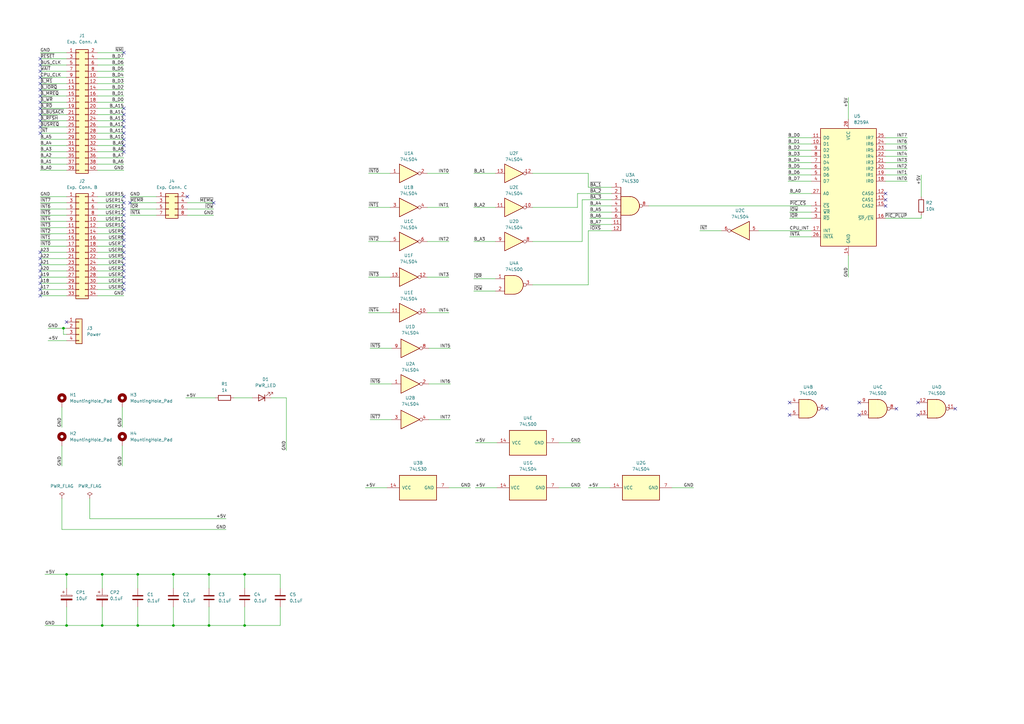
<source format=kicad_sch>
(kicad_sch (version 20230121) (generator eeschema)
  (paper "A3")
  (title_block (title "1.1") (date "2023-08-13") (rev "8259 Interrupt Controller Board for the SZC-1") (comment 1 "Expansion Connector C required."))
  (lib_symbols
    (symbol "74xx:74LS00" (pin_names (offset 1.016))
      (property "Reference" "U" (at 0 1.27 0))
      (property "Value" "74LS00" (at 0 -1.27 0))
      (symbol "74LS00_1_1"
        (pin input line (at -7.62 2.54 0) (length 3.81) (name "~") (number "1"))
        (pin input line (at -7.62 -2.54 0) (length 3.81) (name "~") (number "2"))
        (pin output inverted (at 7.62 0 180) (length 3.81) (name "~") (number "3"))
      )
      (symbol "74LS00_1_2"
        (pin input inverted (at -7.62 2.54 0) (length 4.318) (name "~") (number "1"))
        (pin input inverted (at -7.62 -2.54 0) (length 4.318) (name "~") (number "2"))
        (pin output line (at 7.62 0 180) (length 3.81) (name "~") (number "3"))
      )
      (symbol "74LS00_2_1"
        (pin input line (at -7.62 2.54 0) (length 3.81) (name "~") (number "4"))
        (pin input line (at -7.62 -2.54 0) (length 3.81) (name "~") (number "5"))
        (pin output inverted (at 7.62 0 180) (length 3.81) (name "~") (number "6"))
      )
      (symbol "74LS00_2_2"
        (pin input inverted (at -7.62 2.54 0) (length 4.318) (name "~") (number "4"))
        (pin input inverted (at -7.62 -2.54 0) (length 4.318) (name "~") (number "5"))
        (pin output line (at 7.62 0 180) (length 3.81) (name "~") (number "6"))
      )
      (symbol "74LS00_3_1"
        (pin input line (at -7.62 -2.54 0) (length 3.81) (name "~") (number "10"))
        (pin output inverted (at 7.62 0 180) (length 3.81) (name "~") (number "8"))
        (pin input line (at -7.62 2.54 0) (length 3.81) (name "~") (number "9"))
      )
      (symbol "74LS00_3_2"
        (pin input inverted (at -7.62 -2.54 0) (length 4.318) (name "~") (number "10"))
        (pin output line (at 7.62 0 180) (length 3.81) (name "~") (number "8"))
        (pin input inverted (at -7.62 2.54 0) (length 4.318) (name "~") (number "9"))
      )
      (symbol "74LS00_4_1"
        (pin output inverted (at 7.62 0 180) (length 3.81) (name "~") (number "11"))
        (pin input line (at -7.62 2.54 0) (length 3.81) (name "~") (number "12"))
        (pin input line (at -7.62 -2.54 0) (length 3.81) (name "~") (number "13"))
      )
      (symbol "74LS00_4_2"
        (pin output line (at 7.62 0 180) (length 3.81) (name "~") (number "11"))
        (pin input inverted (at -7.62 2.54 0) (length 4.318) (name "~") (number "12"))
        (pin input inverted (at -7.62 -2.54 0) (length 4.318) (name "~") (number "13"))
      )
      (symbol "74LS00_5_0"
        (pin power_in line (at 0 12.7 270) (length 5.08) (name "VCC") (number "14"))
        (pin power_in line (at 0 -12.7 90) (length 5.08) (name "GND") (number "7"))
      )
    )
    (symbol "74xx:74LS04"
      (property "Reference" "U" (at 0 1.27 0))
      (property "Value" "74LS04" (at 0 -1.27 0))
      (symbol "74LS04_1_0"
        (pin input line (at -7.62 0 0) (length 3.81) (name "~") (number "1"))
        (pin output inverted (at 7.62 0 180) (length 3.81) (name "~") (number "2"))
      )
      (symbol "74LS04_2_0"
        (pin input line (at -7.62 0 0) (length 3.81) (name "~") (number "3"))
        (pin output inverted (at 7.62 0 180) (length 3.81) (name "~") (number "4"))
      )
      (symbol "74LS04_3_0"
        (pin input line (at -7.62 0 0) (length 3.81) (name "~") (number "5"))
        (pin output inverted (at 7.62 0 180) (length 3.81) (name "~") (number "6"))
      )
      (symbol "74LS04_4_0"
        (pin output inverted (at 7.62 0 180) (length 3.81) (name "~") (number "8"))
        (pin input line (at -7.62 0 0) (length 3.81) (name "~") (number "9"))
      )
      (symbol "74LS04_5_0"
        (pin output inverted (at 7.62 0 180) (length 3.81) (name "~") (number "10"))
        (pin input line (at -7.62 0 0) (length 3.81) (name "~") (number "11"))
      )
      (symbol "74LS04_6_0"
        (pin output inverted (at 7.62 0 180) (length 3.81) (name "~") (number "12"))
        (pin input line (at -7.62 0 0) (length 3.81) (name "~") (number "13"))
      )
      (symbol "74LS04_7_0"
        (pin power_in line (at 0 12.7 270) (length 5.08) (name "VCC") (number "14"))
        (pin power_in line (at 0 -12.7 90) (length 5.08) (name "GND") (number "7"))
      )
    )
    (symbol "74xx:74LS30" (pin_names (offset 1.016))
      (property "Reference" "U" (at 0 1.27 0))
      (property "Value" "74LS30" (at 0 -1.27 0))
      (symbol "74LS30_1_1"
        (pin input line (at -7.62 7.62 0) (length 3.81) (name "~") (number "1"))
        (pin input line (at -7.62 -7.62 0) (length 3.81) (name "~") (number "11"))
        (pin input line (at -7.62 -10.16 0) (length 3.81) (name "~") (number "12"))
        (pin input line (at -7.62 5.08 0) (length 3.81) (name "~") (number "2"))
        (pin input line (at -7.62 2.54 0) (length 3.81) (name "~") (number "3"))
        (pin input line (at -7.62 0 0) (length 3.81) (name "~") (number "4"))
        (pin input line (at -7.62 -2.54 0) (length 3.81) (name "~") (number "5"))
        (pin input line (at -7.62 -5.08 0) (length 3.81) (name "~") (number "6"))
        (pin output inverted (at 7.62 0 180) (length 3.81) (name "~") (number "8"))
      )
      (symbol "74LS30_1_2"
        (pin input inverted (at -7.62 7.62 0) (length 3.81) (name "~") (number "1"))
        (pin input inverted (at -7.62 -7.62 0) (length 3.81) (name "~") (number "11"))
        (pin input inverted (at -7.62 -10.16 0) (length 3.81) (name "~") (number "12"))
        (pin input inverted (at -7.62 5.08 0) (length 3.81) (name "~") (number "2"))
        (pin input inverted (at -7.62 2.54 0) (length 4.5466) (name "~") (number "3"))
        (pin input inverted (at -7.62 0 0) (length 5.08) (name "~") (number "4"))
        (pin input inverted (at -7.62 -2.54 0) (length 4.5466) (name "~") (number "5"))
        (pin input inverted (at -7.62 -5.08 0) (length 3.81) (name "~") (number "6"))
        (pin output line (at 7.62 0 180) (length 3.81) (name "~") (number "8"))
      )
      (symbol "74LS30_2_0"
        (pin power_in line (at 0 12.7 270) (length 5.08) (name "VCC") (number "14"))
        (pin power_in line (at 0 -12.7 90) (length 5.08) (name "GND") (number "7"))
      )
    )
    (symbol "Connector_Generic:Conn_01x04" (pin_names (offset 1.016) hide)
      (property "Reference" "J" (at 0 5.08 0))
      (property "Value" "Conn_01x04" (at 0 -7.62 0))
      (symbol "Conn_01x04_1_1"
        (pin passive line (at -5.08 2.54 0) (length 3.81) (name "Pin_1") (number "1"))
        (pin passive line (at -5.08 0 0) (length 3.81) (name "Pin_2") (number "2"))
        (pin passive line (at -5.08 -2.54 0) (length 3.81) (name "Pin_3") (number "3"))
        (pin passive line (at -5.08 -5.08 0) (length 3.81) (name "Pin_4") (number "4"))
      )
    )
    (symbol "Connector_Generic:Conn_02x04_Odd_Even" (pin_names (offset 1.016) hide)
      (property "Reference" "J" (at 1.27 5.08 0))
      (property "Value" "Conn_02x04_Odd_Even" (at 1.27 -7.62 0))
      (symbol "Conn_02x04_Odd_Even_1_1"
        (pin passive line (at -5.08 2.54 0) (length 3.81) (name "Pin_1") (number "1"))
        (pin passive line (at 7.62 2.54 180) (length 3.81) (name "Pin_2") (number "2"))
        (pin passive line (at -5.08 0 0) (length 3.81) (name "Pin_3") (number "3"))
        (pin passive line (at 7.62 0 180) (length 3.81) (name "Pin_4") (number "4"))
        (pin passive line (at -5.08 -2.54 0) (length 3.81) (name "Pin_5") (number "5"))
        (pin passive line (at 7.62 -2.54 180) (length 3.81) (name "Pin_6") (number "6"))
        (pin passive line (at -5.08 -5.08 0) (length 3.81) (name "Pin_7") (number "7"))
        (pin passive line (at 7.62 -5.08 180) (length 3.81) (name "Pin_8") (number "8"))
      )
    )
    (symbol "Connector_Generic:Conn_02x17_Odd_Even" (pin_names (offset 1.016) hide)
      (property "Reference" "J" (at 1.27 22.86 0))
      (property "Value" "Conn_02x17_Odd_Even" (at 1.27 -22.86 0))
      (symbol "Conn_02x17_Odd_Even_1_1"
        (pin passive line (at -5.08 20.32 0) (length 3.81) (name "Pin_1") (number "1"))
        (pin passive line (at 7.62 10.16 180) (length 3.81) (name "Pin_10") (number "10"))
        (pin passive line (at -5.08 7.62 0) (length 3.81) (name "Pin_11") (number "11"))
        (pin passive line (at 7.62 7.62 180) (length 3.81) (name "Pin_12") (number "12"))
        (pin passive line (at -5.08 5.08 0) (length 3.81) (name "Pin_13") (number "13"))
        (pin passive line (at 7.62 5.08 180) (length 3.81) (name "Pin_14") (number "14"))
        (pin passive line (at -5.08 2.54 0) (length 3.81) (name "Pin_15") (number "15"))
        (pin passive line (at 7.62 2.54 180) (length 3.81) (name "Pin_16") (number "16"))
        (pin passive line (at -5.08 0 0) (length 3.81) (name "Pin_17") (number "17"))
        (pin passive line (at 7.62 0 180) (length 3.81) (name "Pin_18") (number "18"))
        (pin passive line (at -5.08 -2.54 0) (length 3.81) (name "Pin_19") (number "19"))
        (pin passive line (at 7.62 20.32 180) (length 3.81) (name "Pin_2") (number "2"))
        (pin passive line (at 7.62 -2.54 180) (length 3.81) (name "Pin_20") (number "20"))
        (pin passive line (at -5.08 -5.08 0) (length 3.81) (name "Pin_21") (number "21"))
        (pin passive line (at 7.62 -5.08 180) (length 3.81) (name "Pin_22") (number "22"))
        (pin passive line (at -5.08 -7.62 0) (length 3.81) (name "Pin_23") (number "23"))
        (pin passive line (at 7.62 -7.62 180) (length 3.81) (name "Pin_24") (number "24"))
        (pin passive line (at -5.08 -10.16 0) (length 3.81) (name "Pin_25") (number "25"))
        (pin passive line (at 7.62 -10.16 180) (length 3.81) (name "Pin_26") (number "26"))
        (pin passive line (at -5.08 -12.7 0) (length 3.81) (name "Pin_27") (number "27"))
        (pin passive line (at 7.62 -12.7 180) (length 3.81) (name "Pin_28") (number "28"))
        (pin passive line (at -5.08 -15.24 0) (length 3.81) (name "Pin_29") (number "29"))
        (pin passive line (at -5.08 17.78 0) (length 3.81) (name "Pin_3") (number "3"))
        (pin passive line (at 7.62 -15.24 180) (length 3.81) (name "Pin_30") (number "30"))
        (pin passive line (at -5.08 -17.78 0) (length 3.81) (name "Pin_31") (number "31"))
        (pin passive line (at 7.62 -17.78 180) (length 3.81) (name "Pin_32") (number "32"))
        (pin passive line (at -5.08 -20.32 0) (length 3.81) (name "Pin_33") (number "33"))
        (pin passive line (at 7.62 -20.32 180) (length 3.81) (name "Pin_34") (number "34"))
        (pin passive line (at 7.62 17.78 180) (length 3.81) (name "Pin_4") (number "4"))
        (pin passive line (at -5.08 15.24 0) (length 3.81) (name "Pin_5") (number "5"))
        (pin passive line (at 7.62 15.24 180) (length 3.81) (name "Pin_6") (number "6"))
        (pin passive line (at -5.08 12.7 0) (length 3.81) (name "Pin_7") (number "7"))
        (pin passive line (at 7.62 12.7 180) (length 3.81) (name "Pin_8") (number "8"))
        (pin passive line (at -5.08 10.16 0) (length 3.81) (name "Pin_9") (number "9"))
      )
    )
    (symbol "Connector_Generic:Conn_02x20_Odd_Even" (pin_names (offset 1.016) hide)
      (property "Reference" "J" (at 1.27 25.4 0))
      (property "Value" "Conn_02x20_Odd_Even" (at 1.27 -27.94 0))
      (symbol "Conn_02x20_Odd_Even_1_1"
        (pin passive line (at -5.08 22.86 0) (length 3.81) (name "Pin_1") (number "1"))
        (pin passive line (at 7.62 12.7 180) (length 3.81) (name "Pin_10") (number "10"))
        (pin passive line (at -5.08 10.16 0) (length 3.81) (name "Pin_11") (number "11"))
        (pin passive line (at 7.62 10.16 180) (length 3.81) (name "Pin_12") (number "12"))
        (pin passive line (at -5.08 7.62 0) (length 3.81) (name "Pin_13") (number "13"))
        (pin passive line (at 7.62 7.62 180) (length 3.81) (name "Pin_14") (number "14"))
        (pin passive line (at -5.08 5.08 0) (length 3.81) (name "Pin_15") (number "15"))
        (pin passive line (at 7.62 5.08 180) (length 3.81) (name "Pin_16") (number "16"))
        (pin passive line (at -5.08 2.54 0) (length 3.81) (name "Pin_17") (number "17"))
        (pin passive line (at 7.62 2.54 180) (length 3.81) (name "Pin_18") (number "18"))
        (pin passive line (at -5.08 0 0) (length 3.81) (name "Pin_19") (number "19"))
        (pin passive line (at 7.62 22.86 180) (length 3.81) (name "Pin_2") (number "2"))
        (pin passive line (at 7.62 0 180) (length 3.81) (name "Pin_20") (number "20"))
        (pin passive line (at -5.08 -2.54 0) (length 3.81) (name "Pin_21") (number "21"))
        (pin passive line (at 7.62 -2.54 180) (length 3.81) (name "Pin_22") (number "22"))
        (pin passive line (at -5.08 -5.08 0) (length 3.81) (name "Pin_23") (number "23"))
        (pin passive line (at 7.62 -5.08 180) (length 3.81) (name "Pin_24") (number "24"))
        (pin passive line (at -5.08 -7.62 0) (length 3.81) (name "Pin_25") (number "25"))
        (pin passive line (at 7.62 -7.62 180) (length 3.81) (name "Pin_26") (number "26"))
        (pin passive line (at -5.08 -10.16 0) (length 3.81) (name "Pin_27") (number "27"))
        (pin passive line (at 7.62 -10.16 180) (length 3.81) (name "Pin_28") (number "28"))
        (pin passive line (at -5.08 -12.7 0) (length 3.81) (name "Pin_29") (number "29"))
        (pin passive line (at -5.08 20.32 0) (length 3.81) (name "Pin_3") (number "3"))
        (pin passive line (at 7.62 -12.7 180) (length 3.81) (name "Pin_30") (number "30"))
        (pin passive line (at -5.08 -15.24 0) (length 3.81) (name "Pin_31") (number "31"))
        (pin passive line (at 7.62 -15.24 180) (length 3.81) (name "Pin_32") (number "32"))
        (pin passive line (at -5.08 -17.78 0) (length 3.81) (name "Pin_33") (number "33"))
        (pin passive line (at 7.62 -17.78 180) (length 3.81) (name "Pin_34") (number "34"))
        (pin passive line (at -5.08 -20.32 0) (length 3.81) (name "Pin_35") (number "35"))
        (pin passive line (at 7.62 -20.32 180) (length 3.81) (name "Pin_36") (number "36"))
        (pin passive line (at -5.08 -22.86 0) (length 3.81) (name "Pin_37") (number "37"))
        (pin passive line (at 7.62 -22.86 180) (length 3.81) (name "Pin_38") (number "38"))
        (pin passive line (at -5.08 -25.4 0) (length 3.81) (name "Pin_39") (number "39"))
        (pin passive line (at 7.62 20.32 180) (length 3.81) (name "Pin_4") (number "4"))
        (pin passive line (at 7.62 -25.4 180) (length 3.81) (name "Pin_40") (number "40"))
        (pin passive line (at -5.08 17.78 0) (length 3.81) (name "Pin_5") (number "5"))
        (pin passive line (at 7.62 17.78 180) (length 3.81) (name "Pin_6") (number "6"))
        (pin passive line (at -5.08 15.24 0) (length 3.81) (name "Pin_7") (number "7"))
        (pin passive line (at 7.62 15.24 180) (length 3.81) (name "Pin_8") (number "8"))
        (pin passive line (at -5.08 12.7 0) (length 3.81) (name "Pin_9") (number "9"))
      )
    )
    (symbol "Device:C" (pin_numbers hide) (pin_names (offset 0.254))
      (property "Reference" "C" (at 0.635 2.54 0))
      (property "Value" "C" (at 0.635 -2.54 0))
      (symbol "C_1_1"
        (pin passive line (at 0 3.81 270) (length 2.794) (name "~") (number "1"))
        (pin passive line (at 0 -3.81 90) (length 2.794) (name "~") (number "2"))
      )
    )
    (symbol "Device:C_Polarized" (pin_numbers hide) (pin_names (offset 0.254))
      (property "Reference" "C" (at 0.635 2.54 0))
      (property "Value" "C_Polarized" (at 0.635 -2.54 0))
      (symbol "C_Polarized_1_1"
        (pin passive line (at 0 3.81 270) (length 2.794) (name "~") (number "1"))
        (pin passive line (at 0 -3.81 90) (length 2.794) (name "~") (number "2"))
      )
    )
    (symbol "Device:LED" (pin_numbers hide) (pin_names (offset 1.016) hide)
      (property "Reference" "D" (at 0 2.54 0))
      (property "Value" "LED" (at 0 -2.54 0))
      (symbol "LED_1_1"
        (pin passive line (at -3.81 0 0) (length 2.54) (name "K") (number "1"))
        (pin passive line (at 3.81 0 180) (length 2.54) (name "A") (number "2"))
      )
    )
    (symbol "Device:R" (pin_numbers hide) (pin_names (offset 0))
      (property "Reference" "R" (at 2.032 0 90))
      (property "Value" "R" (at 0 0 90))
      (symbol "R_1_1"
        (pin passive line (at 0 3.81 270) (length 1.27) (name "~") (number "1"))
        (pin passive line (at 0 -3.81 90) (length 1.27) (name "~") (number "2"))
      )
    )
    (symbol "Interface:8259A" (pin_names (offset 1.016))
      (property "Reference" "U" (at -10.16 25.4 0))
      (property "Value" "8259A" (at 8.89 25.4 0))
      (symbol "8259A_1_1"
        (pin input line (at -15.24 -7.62 0) (length 3.81) (name "~{CS}") (number "1"))
        (pin bidirectional line (at -15.24 17.78 0) (length 3.81) (name "D1") (number "10"))
        (pin bidirectional line (at -15.24 20.32 0) (length 3.81) (name "D0") (number "11"))
        (pin input line (at 15.24 -2.54 180) (length 3.81) (name "CAS0") (number "12"))
        (pin output line (at 15.24 -5.08 180) (length 3.81) (name "CAS1") (number "13"))
        (pin power_in line (at 0 -27.94 90) (length 3.81) (name "GND") (number "14"))
        (pin output line (at 15.24 -7.62 180) (length 3.81) (name "CAS2") (number "15"))
        (pin bidirectional line (at 15.24 -12.7 180) (length 3.81) (name "~{SP}/~{EN}") (number "16"))
        (pin output line (at -15.24 -17.78 0) (length 3.81) (name "INT") (number "17"))
        (pin input line (at 15.24 2.54 180) (length 3.81) (name "IR0") (number "18"))
        (pin input line (at 15.24 5.08 180) (length 3.81) (name "IR1") (number "19"))
        (pin input line (at -15.24 -10.16 0) (length 3.81) (name "~{WR}") (number "2"))
        (pin input line (at 15.24 7.62 180) (length 3.81) (name "IR2") (number "20"))
        (pin input line (at 15.24 10.16 180) (length 3.81) (name "IR3") (number "21"))
        (pin input line (at 15.24 12.7 180) (length 3.81) (name "IR4") (number "22"))
        (pin input line (at 15.24 15.24 180) (length 3.81) (name "IR5") (number "23"))
        (pin input line (at 15.24 17.78 180) (length 3.81) (name "IR6") (number "24"))
        (pin input line (at 15.24 20.32 180) (length 3.81) (name "IR7") (number "25"))
        (pin input line (at -15.24 -20.32 0) (length 3.81) (name "~{INTA}") (number "26"))
        (pin input line (at -15.24 -2.54 0) (length 3.81) (name "A0") (number "27"))
        (pin power_in line (at 0 27.94 270) (length 3.81) (name "VCC") (number "28"))
        (pin input line (at -15.24 -12.7 0) (length 3.81) (name "~{RD}") (number "3"))
        (pin bidirectional line (at -15.24 2.54 0) (length 3.81) (name "D7") (number "4"))
        (pin bidirectional line (at -15.24 5.08 0) (length 3.81) (name "D6") (number "5"))
        (pin bidirectional line (at -15.24 7.62 0) (length 3.81) (name "D5") (number "6"))
        (pin bidirectional line (at -15.24 10.16 0) (length 3.81) (name "D4") (number "7"))
        (pin bidirectional line (at -15.24 12.7 0) (length 3.81) (name "D3") (number "8"))
        (pin bidirectional line (at -15.24 15.24 0) (length 3.81) (name "D2") (number "9"))
      )
    )
    (symbol "Mechanical:MountingHole_Pad" (pin_numbers hide) (pin_names (offset 1.016) hide)
      (property "Reference" "H" (at 0 6.35 0))
      (property "Value" "MountingHole_Pad" (at 0 4.445 0))
      (symbol "MountingHole_Pad_1_1"
        (pin input line (at 0 -2.54 90) (length 2.54) (name "1") (number "1"))
      )
    )
    (symbol "power:PWR_FLAG" (power) (pin_numbers hide) (pin_names (offset 0) hide)
      (property "Value" "PWR_FLAG" (at 0 3.81 0))
      (symbol "PWR_FLAG_0_0"
        (pin power_out line (at 0 0 90) (length 0) (name "pwr") (number "1"))
      )
    )
  )
  (junction (at 27.305 256.54))
  (junction (at 41.91 256.54))
  (junction (at 41.91 235.585))
  (junction (at 26.035 134.62))
  (junction (at 27.305 235.585))
  (junction (at 85.725 235.585))
  (junction (at 100.33 235.585))
  (junction (at 56.515 235.585))
  (junction (at 71.12 256.54))
  (junction (at 100.33 256.54))
  (junction (at 85.725 256.54))
  (junction (at 56.515 256.54))
  (junction (at 71.12 235.585))
  (no_connect (at 352.425 170.18))
  (no_connect (at 367.665 167.64))
  (no_connect (at 50.8 44.45))
  (no_connect (at 16.51 46.99))
  (no_connect (at 50.8 49.53))
  (no_connect (at 391.795 167.64))
  (no_connect (at 323.85 170.18))
  (no_connect (at 16.51 24.13))
  (no_connect (at 87.63 83.185))
  (no_connect (at 50.8 113.665))
  (no_connect (at 50.8 95.885))
  (no_connect (at 376.555 170.18))
  (no_connect (at 50.8 108.585))
  (no_connect (at 16.51 52.07))
  (no_connect (at 50.8 57.15))
  (no_connect (at 50.8 116.205))
  (no_connect (at 53.34 83.185))
  (no_connect (at 50.8 103.505))
  (no_connect (at 16.51 49.53))
  (no_connect (at 50.8 21.59))
  (no_connect (at 16.51 113.665))
  (no_connect (at 16.51 54.61))
  (no_connect (at 50.8 90.805))
  (no_connect (at 50.8 88.265))
  (no_connect (at 16.51 41.91))
  (no_connect (at 363.22 84.455))
  (no_connect (at 16.51 106.045))
  (no_connect (at 16.51 44.45))
  (no_connect (at 16.51 39.37))
  (no_connect (at 352.425 165.1))
  (no_connect (at 50.8 93.345))
  (no_connect (at 16.51 26.67))
  (no_connect (at 16.51 116.205))
  (no_connect (at 16.51 29.21))
  (no_connect (at 16.51 118.745))
  (no_connect (at 16.51 36.83))
  (no_connect (at 50.8 83.185))
  (no_connect (at 16.51 34.29))
  (no_connect (at 50.8 54.61))
  (no_connect (at 27.305 132.08))
  (no_connect (at 339.09 167.64))
  (no_connect (at 50.8 100.965))
  (no_connect (at 50.8 118.745))
  (no_connect (at 76.835 80.645))
  (no_connect (at 16.51 121.285))
  (no_connect (at 16.51 111.125))
  (no_connect (at 50.8 59.69))
  (no_connect (at 363.22 79.375))
  (no_connect (at 50.8 98.425))
  (no_connect (at 16.51 31.75))
  (no_connect (at 50.8 85.725))
  (no_connect (at 16.51 103.505))
  (no_connect (at 50.8 111.125))
  (no_connect (at 50.8 80.645))
  (no_connect (at 376.555 165.1))
  (no_connect (at 16.51 108.585))
  (no_connect (at 50.8 46.99))
  (no_connect (at 50.8 52.07))
  (no_connect (at 363.22 81.915))
  (no_connect (at 50.8 62.23))
  (no_connect (at 50.8 106.045))
  (no_connect (at 323.85 165.1))
  (wire (pts (xy 50.8 36.83) (xy 40.005 36.83)))
  (wire (pts (xy 241.3 76.835) (xy 250.825 76.835)))
  (wire (pts (xy 40.005 103.505) (xy 50.8 103.505)))
  (wire (pts (xy 25.4 204.47) (xy 25.4 217.17)))
  (wire (pts (xy 238.125 200.025) (xy 229.235 200.025)))
  (wire (pts (xy 16.51 113.665) (xy 27.305 113.665)))
  (wire (pts (xy 56.515 241.3) (xy 56.515 235.585)))
  (wire (pts (xy 16.51 36.83) (xy 27.305 36.83)))
  (wire (pts (xy 372.11 61.595) (xy 363.22 61.595)))
  (wire (pts (xy 16.51 46.99) (xy 27.305 46.99)))
  (wire (pts (xy 40.005 90.805) (xy 50.8 90.805)))
  (wire (pts (xy 332.74 71.755) (xy 323.215 71.755)))
  (wire (pts (xy 50.165 167.005) (xy 50.165 175.26)))
  (wire (pts (xy 218.44 99.06) (xy 238.76 99.06)))
  (wire (pts (xy 56.515 256.54) (xy 41.91 256.54)))
  (wire (pts (xy 100.33 256.54) (xy 85.725 256.54)))
  (wire (pts (xy 184.785 142.875) (xy 175.895 142.875)))
  (wire (pts (xy 53.34 80.645) (xy 64.135 80.645)))
  (wire (pts (xy 16.51 85.725) (xy 27.305 85.725)))
  (wire (pts (xy 284.48 200.025) (xy 275.59 200.025)))
  (wire (pts (xy 241.3 94.615) (xy 241.3 116.84)))
  (wire (pts (xy 18.415 235.585) (xy 27.305 235.585)))
  (wire (pts (xy 241.935 86.995) (xy 250.825 86.995)))
  (wire (pts (xy 50.8 41.91) (xy 40.005 41.91)))
  (wire (pts (xy 27.305 235.585) (xy 27.305 241.3)))
  (wire (pts (xy 332.74 59.055) (xy 323.215 59.055)))
  (wire (pts (xy 76.835 83.185) (xy 87.63 83.185)))
  (wire (pts (xy 40.005 106.045) (xy 50.8 106.045)))
  (wire (pts (xy 194.31 119.38) (xy 203.2 119.38)))
  (wire (pts (xy 16.51 69.85) (xy 27.305 69.85)))
  (wire (pts (xy 50.8 121.285) (xy 40.005 121.285)))
  (wire (pts (xy 238.125 181.61) (xy 229.235 181.61)))
  (wire (pts (xy 50.8 52.07) (xy 40.005 52.07)))
  (wire (pts (xy 332.74 69.215) (xy 323.215 69.215)))
  (wire (pts (xy 64.135 83.185) (xy 53.34 83.185)))
  (wire (pts (xy 87.63 88.265) (xy 76.835 88.265)))
  (wire (pts (xy 323.85 97.155) (xy 332.74 97.155)))
  (wire (pts (xy 76.835 85.725) (xy 87.63 85.725)))
  (wire (pts (xy 236.855 85.09) (xy 236.855 79.375)))
  (wire (pts (xy 50.8 57.15) (xy 40.005 57.15)))
  (wire (pts (xy 25.4 182.88) (xy 25.4 191.135)))
  (wire (pts (xy 332.74 66.675) (xy 323.215 66.675)))
  (wire (pts (xy 151.13 113.665) (xy 160.02 113.665)))
  (wire (pts (xy 40.005 100.965) (xy 50.8 100.965)))
  (wire (pts (xy 16.51 41.91) (xy 27.305 41.91)))
  (wire (pts (xy 238.76 81.915) (xy 250.825 81.915)))
  (wire (pts (xy 377.825 89.535) (xy 363.22 89.535)))
  (wire (pts (xy 27.305 256.54) (xy 27.305 248.92)))
  (wire (pts (xy 238.76 99.06) (xy 238.76 81.915)))
  (wire (pts (xy 85.725 241.3) (xy 85.725 235.585)))
  (wire (pts (xy 250.825 94.615) (xy 241.3 94.615)))
  (wire (pts (xy 50.8 62.23) (xy 40.005 62.23)))
  (wire (pts (xy 372.11 69.215) (xy 363.22 69.215)))
  (wire (pts (xy 19.685 134.62) (xy 26.035 134.62)))
  (wire (pts (xy 40.005 88.265) (xy 50.8 88.265)))
  (wire (pts (xy 50.8 54.61) (xy 40.005 54.61)))
  (wire (pts (xy 16.51 54.61) (xy 27.305 54.61)))
  (wire (pts (xy 117.475 163.195) (xy 117.475 184.785)))
  (wire (pts (xy 50.8 49.53) (xy 40.005 49.53)))
  (wire (pts (xy 50.8 116.205) (xy 40.005 116.205)))
  (wire (pts (xy 151.13 85.09) (xy 160.02 85.09)))
  (wire (pts (xy 50.8 24.13) (xy 40.005 24.13)))
  (wire (pts (xy 76.2 163.195) (xy 88.265 163.195)))
  (wire (pts (xy 16.51 44.45) (xy 27.305 44.45)))
  (wire (pts (xy 332.74 74.295) (xy 323.215 74.295)))
  (wire (pts (xy 64.135 85.725) (xy 53.34 85.725)))
  (wire (pts (xy 50.8 34.29) (xy 40.005 34.29)))
  (wire (pts (xy 50.8 46.99) (xy 40.005 46.99)))
  (wire (pts (xy 241.3 71.12) (xy 241.3 76.835)))
  (wire (pts (xy 151.13 99.06) (xy 160.02 99.06)))
  (wire (pts (xy 25.4 217.17) (xy 92.71 217.17)))
  (wire (pts (xy 36.83 212.725) (xy 92.71 212.725)))
  (wire (pts (xy 16.51 29.21) (xy 27.305 29.21)))
  (wire (pts (xy 50.8 59.69) (xy 40.005 59.69)))
  (wire (pts (xy 40.005 83.185) (xy 50.8 83.185)))
  (wire (pts (xy 151.765 142.875) (xy 160.655 142.875)))
  (wire (pts (xy 100.33 235.585) (xy 85.725 235.585)))
  (wire (pts (xy 100.33 248.92) (xy 100.33 256.54)))
  (wire (pts (xy 16.51 49.53) (xy 27.305 49.53)))
  (wire (pts (xy 323.85 86.995) (xy 332.74 86.995)))
  (wire (pts (xy 16.51 59.69) (xy 27.305 59.69)))
  (wire (pts (xy 85.725 256.54) (xy 71.12 256.54)))
  (wire (pts (xy 25.4 167.005) (xy 25.4 175.26)))
  (wire (pts (xy 16.51 39.37) (xy 27.305 39.37)))
  (wire (pts (xy 16.51 26.67) (xy 27.305 26.67)))
  (wire (pts (xy 114.935 235.585) (xy 100.33 235.585)))
  (wire (pts (xy 71.12 248.92) (xy 71.12 256.54)))
  (wire (pts (xy 194.945 200.025) (xy 203.835 200.025)))
  (wire (pts (xy 184.15 99.06) (xy 175.26 99.06)))
  (wire (pts (xy 95.885 163.195) (xy 103.505 163.195)))
  (wire (pts (xy 16.51 118.745) (xy 27.305 118.745)))
  (wire (pts (xy 40.005 98.425) (xy 50.8 98.425)))
  (wire (pts (xy 16.51 121.285) (xy 27.305 121.285)))
  (wire (pts (xy 184.785 157.48) (xy 175.895 157.48)))
  (wire (pts (xy 323.85 79.375) (xy 332.74 79.375)))
  (wire (pts (xy 184.15 113.665) (xy 175.26 113.665)))
  (wire (pts (xy 347.98 40.005) (xy 347.98 48.895)))
  (wire (pts (xy 18.415 256.54) (xy 27.305 256.54)))
  (wire (pts (xy 16.51 31.75) (xy 27.305 31.75)))
  (wire (pts (xy 194.31 99.06) (xy 203.2 99.06)))
  (wire (pts (xy 50.8 67.31) (xy 40.005 67.31)))
  (wire (pts (xy 16.51 108.585) (xy 27.305 108.585)))
  (wire (pts (xy 311.15 94.615) (xy 332.74 94.615)))
  (wire (pts (xy 41.91 235.585) (xy 41.91 241.3)))
  (wire (pts (xy 26.035 137.16) (xy 26.035 134.62)))
  (wire (pts (xy 53.34 88.265) (xy 64.135 88.265)))
  (wire (pts (xy 40.005 108.585) (xy 50.8 108.585)))
  (wire (pts (xy 241.3 200.025) (xy 250.19 200.025)))
  (wire (pts (xy 16.51 93.345) (xy 27.305 93.345)))
  (wire (pts (xy 16.51 116.205) (xy 27.305 116.205)))
  (wire (pts (xy 27.305 137.16) (xy 26.035 137.16)))
  (wire (pts (xy 16.51 52.07) (xy 27.305 52.07)))
  (wire (pts (xy 19.685 139.7) (xy 27.305 139.7)))
  (wire (pts (xy 184.785 172.085) (xy 175.895 172.085)))
  (wire (pts (xy 149.86 200.025) (xy 158.75 200.025)))
  (wire (pts (xy 241.935 89.535) (xy 250.825 89.535)))
  (wire (pts (xy 194.31 85.09) (xy 203.2 85.09)))
  (wire (pts (xy 194.31 114.3) (xy 203.2 114.3)))
  (wire (pts (xy 194.31 71.12) (xy 203.2 71.12)))
  (wire (pts (xy 50.8 64.77) (xy 40.005 64.77)))
  (wire (pts (xy 151.765 157.48) (xy 160.655 157.48)))
  (wire (pts (xy 266.065 84.455) (xy 332.74 84.455)))
  (wire (pts (xy 295.91 94.615) (xy 287.02 94.615)))
  (wire (pts (xy 16.51 57.15) (xy 27.305 57.15)))
  (wire (pts (xy 151.765 172.085) (xy 160.655 172.085)))
  (wire (pts (xy 50.8 113.665) (xy 40.005 113.665)))
  (wire (pts (xy 184.15 128.27) (xy 175.26 128.27)))
  (wire (pts (xy 114.935 248.92) (xy 114.935 256.54)))
  (wire (pts (xy 193.04 200.025) (xy 184.15 200.025)))
  (wire (pts (xy 332.74 64.135) (xy 323.215 64.135)))
  (wire (pts (xy 16.51 64.77) (xy 27.305 64.77)))
  (wire (pts (xy 114.935 256.54) (xy 100.33 256.54)))
  (wire (pts (xy 151.13 71.12) (xy 160.02 71.12)))
  (wire (pts (xy 184.15 71.12) (xy 175.26 71.12)))
  (wire (pts (xy 377.825 71.755) (xy 377.825 80.645)))
  (wire (pts (xy 16.51 80.645) (xy 27.305 80.645)))
  (wire (pts (xy 218.44 116.84) (xy 241.3 116.84)))
  (wire (pts (xy 372.11 56.515) (xy 363.22 56.515)))
  (wire (pts (xy 184.15 85.09) (xy 175.26 85.09)))
  (wire (pts (xy 372.11 64.135) (xy 363.22 64.135)))
  (wire (pts (xy 50.8 31.75) (xy 40.005 31.75)))
  (wire (pts (xy 241.935 92.075) (xy 250.825 92.075)))
  (wire (pts (xy 50.8 69.85) (xy 40.005 69.85)))
  (wire (pts (xy 218.44 71.12) (xy 241.3 71.12)))
  (wire (pts (xy 27.305 235.585) (xy 41.91 235.585)))
  (wire (pts (xy 194.945 181.61) (xy 203.835 181.61)))
  (wire (pts (xy 16.51 98.425) (xy 27.305 98.425)))
  (wire (pts (xy 71.12 241.3) (xy 71.12 235.585)))
  (wire (pts (xy 16.51 88.265) (xy 27.305 88.265)))
  (wire (pts (xy 50.165 182.88) (xy 50.165 191.135)))
  (wire (pts (xy 16.51 106.045) (xy 27.305 106.045)))
  (wire (pts (xy 332.74 61.595) (xy 323.215 61.595)))
  (wire (pts (xy 71.12 235.585) (xy 56.515 235.585)))
  (wire (pts (xy 16.51 95.885) (xy 27.305 95.885)))
  (wire (pts (xy 241.935 84.455) (xy 250.825 84.455)))
  (wire (pts (xy 16.51 67.31) (xy 27.305 67.31)))
  (wire (pts (xy 50.8 44.45) (xy 40.005 44.45)))
  (wire (pts (xy 377.825 88.265) (xy 377.825 89.535)))
  (wire (pts (xy 16.51 21.59) (xy 27.305 21.59)))
  (wire (pts (xy 50.8 21.59) (xy 40.005 21.59)))
  (wire (pts (xy 16.51 111.125) (xy 27.305 111.125)))
  (wire (pts (xy 16.51 103.505) (xy 27.305 103.505)))
  (wire (pts (xy 40.005 93.345) (xy 50.8 93.345)))
  (wire (pts (xy 114.935 241.3) (xy 114.935 235.585)))
  (wire (pts (xy 372.11 59.055) (xy 363.22 59.055)))
  (wire (pts (xy 332.74 56.515) (xy 323.215 56.515)))
  (wire (pts (xy 50.8 111.125) (xy 40.005 111.125)))
  (wire (pts (xy 218.44 85.09) (xy 236.855 85.09)))
  (wire (pts (xy 372.11 74.295) (xy 363.22 74.295)))
  (wire (pts (xy 50.8 29.21) (xy 40.005 29.21)))
  (wire (pts (xy 236.855 79.375) (xy 250.825 79.375)))
  (wire (pts (xy 50.8 118.745) (xy 40.005 118.745)))
  (wire (pts (xy 100.33 241.3) (xy 100.33 235.585)))
  (wire (pts (xy 372.11 66.675) (xy 363.22 66.675)))
  (wire (pts (xy 16.51 24.13) (xy 27.305 24.13)))
  (wire (pts (xy 347.98 113.665) (xy 347.98 104.775)))
  (wire (pts (xy 85.725 235.585) (xy 71.12 235.585)))
  (wire (pts (xy 41.91 256.54) (xy 41.91 248.92)))
  (wire (pts (xy 16.51 83.185) (xy 27.305 83.185)))
  (wire (pts (xy 151.13 128.27) (xy 160.02 128.27)))
  (wire (pts (xy 27.305 256.54) (xy 41.91 256.54)))
  (wire (pts (xy 40.005 80.645) (xy 50.8 80.645)))
  (wire (pts (xy 71.12 256.54) (xy 56.515 256.54)))
  (wire (pts (xy 40.005 85.725) (xy 50.8 85.725)))
  (wire (pts (xy 56.515 248.92) (xy 56.515 256.54)))
  (wire (pts (xy 56.515 235.585) (xy 41.91 235.585)))
  (wire (pts (xy 16.51 90.805) (xy 27.305 90.805)))
  (wire (pts (xy 16.51 100.965) (xy 27.305 100.965)))
  (wire (pts (xy 40.005 95.885) (xy 50.8 95.885)))
  (wire (pts (xy 85.725 248.92) (xy 85.725 256.54)))
  (wire (pts (xy 50.8 26.67) (xy 40.005 26.67)))
  (wire (pts (xy 50.8 39.37) (xy 40.005 39.37)))
  (wire (pts (xy 26.035 134.62) (xy 27.305 134.62)))
  (wire (pts (xy 323.85 89.535) (xy 332.74 89.535)))
  (wire (pts (xy 16.51 62.23) (xy 27.305 62.23)))
  (wire (pts (xy 372.11 71.755) (xy 363.22 71.755)))
  (wire (pts (xy 36.83 204.47) (xy 36.83 212.725)))
  (wire (pts (xy 117.475 163.195) (xy 111.125 163.195)))
  (wire (pts (xy 16.51 34.29) (xy 27.305 34.29)))
  (label "B_A7" (at 241.935 92.075 0))
  (label "GND" (at 50.165 175.26 90))
  (label "~{PIC_CS}" (at 323.85 84.455 0))
  (label "INT7" (at 184.785 172.085 180))
  (label "USER4" (at 50.8 108.585 180))
  (label "A16" (at 16.51 121.285 0))
  (label "~{RESET}" (at 16.51 24.13 0))
  (label "GND" (at 25.4 191.135 90))
  (label "USER9" (at 50.8 95.885 180))
  (label "~{INT}" (at 16.51 54.61 0))
  (label "~{IOR}" (at 194.31 114.3 0))
  (label "B_D4" (at 323.215 66.675 0))
  (label "B_A1" (at 16.51 67.31 0))
  (label "GND" (at 50.165 191.135 90))
  (label "B_A9" (at 50.8 59.69 180))
  (label "GND" (at 347.98 113.665 90))
  (label "B_D4" (at 50.8 31.75 180))
  (label "B_D3" (at 323.215 64.135 0))
  (label "GND" (at 16.51 21.59 0))
  (label "INT5" (at 372.11 61.595 180))
  (label "INT1" (at 184.15 85.09 180))
  (label "~{MEMW}" (at 87.63 83.185 180))
  (label "B_A8" (at 50.8 62.23 180))
  (label "B_A5" (at 16.51 57.15 0))
  (label "B_A4" (at 16.51 59.69 0))
  (label "~{INT1}" (at 16.51 98.425 0))
  (label "GND" (at 87.63 88.265 180))
  (label "+5V" (at 347.98 40.005 270))
  (label "INT0" (at 184.15 71.12 180))
  (label "BUS_CLK" (at 16.51 26.67 0))
  (label "~{INT0}" (at 16.51 100.965 0))
  (label "~{B_M1}" (at 16.51 34.29 0))
  (label "GND" (at 16.51 80.645 0))
  (label "B_A6" (at 50.8 67.31 180))
  (label "USER10" (at 50.8 93.345 180))
  (label "B_D1" (at 323.215 59.055 0))
  (label "B_A3" (at 16.51 62.23 0))
  (label "B_D5" (at 50.8 29.21 180))
  (label "B_D3" (at 50.8 34.29 180))
  (label "+5V" (at 92.71 212.725 180))
  (label "~{B_RFSH}" (at 16.51 49.53 0))
  (label "USER13" (at 50.8 85.725 180))
  (label "USER2" (at 50.8 113.665 180))
  (label "~{BA_1}" (at 241.935 76.835 0))
  (label "A17" (at 16.51 118.745 0))
  (label "USER5" (at 50.8 106.045 180))
  (label "INT5" (at 184.785 142.875 180))
  (label "B_A7" (at 50.8 64.77 180))
  (label "INT3" (at 184.15 113.665 180))
  (label "INT4" (at 372.11 64.135 180))
  (label "~{INT}" (at 287.02 94.615 0))
  (label "CPU_CLK" (at 16.51 31.75 0))
  (label "~{IOR}" (at 53.34 85.725 0))
  (label "GND" (at 25.4 175.26 90))
  (label "B_D6" (at 50.8 26.67 180))
  (label "B_A3" (at 194.31 99.06 0))
  (label "A23" (at 16.51 103.505 0))
  (label "USER14" (at 50.8 83.185 180))
  (label "INT3" (at 372.11 66.675 180))
  (label "GND" (at 92.71 217.17 180))
  (label "~{IOR}" (at 323.85 89.535 0))
  (label "~{IOW}" (at 194.31 119.38 0))
  (label "A19" (at 16.51 113.665 0))
  (label "~{MEMR}" (at 53.34 83.185 0))
  (label "USER8" (at 50.8 98.425 180))
  (label "~{NMI}" (at 50.8 21.59 180))
  (label "B_D5" (at 323.215 69.215 0))
  (label "~{INT2}" (at 151.13 99.06 0))
  (label "~{WAIT}" (at 16.51 29.21 0))
  (label "B_A11" (at 50.8 54.61 180))
  (label "B_D7" (at 50.8 24.13 180))
  (label "B_A1" (at 194.31 71.12 0))
  (label "INT2" (at 372.11 69.215 180))
  (label "A22" (at 16.51 106.045 0))
  (label "+5V" (at 241.3 200.025 0))
  (label "+5V" (at 377.825 71.755 270))
  (label "B_D6" (at 323.215 71.755 0))
  (label "GND" (at 238.125 200.025 180))
  (label "B_A13" (at 50.8 49.53 180))
  (label "+5V" (at 149.86 200.025 0))
  (label "~{INT7}" (at 151.765 172.085 0))
  (label "USER3" (at 50.8 111.125 180))
  (label "A18" (at 16.51 116.205 0))
  (label "B_A0" (at 323.85 79.375 0))
  (label "GND" (at 19.685 134.62 0))
  (label "~{IOW}" (at 323.85 86.995 0))
  (label "~{IOXS}" (at 241.935 94.615 0))
  (label "~{B_BUSACK}" (at 16.51 46.99 0))
  (label "~{INT4}" (at 151.13 128.27 0))
  (label "B_A10" (at 50.8 57.15 180))
  (label "~{B_MREQ}" (at 16.51 39.37 0))
  (label "+5V" (at 194.945 181.61 0))
  (label "USER11" (at 50.8 90.805 180))
  (label "+5V" (at 194.945 200.025 0))
  (label "~{INT3}" (at 151.13 113.665 0))
  (label "INT7" (at 372.11 56.515 180))
  (label "GND" (at 284.48 200.025 180))
  (label "B_D7" (at 323.215 74.295 0))
  (label "A21" (at 16.51 108.585 0))
  (label "USER0" (at 50.8 118.745 180))
  (label "GND" (at 18.415 256.54 0))
  (label "~{INT5}" (at 16.51 88.265 0))
  (label "~{INTA}" (at 53.34 88.265 0))
  (label "B_D0" (at 50.8 41.91 180))
  (label "INT4" (at 184.15 128.27 180))
  (label "B_D2" (at 323.215 61.595 0))
  (label "USER7" (at 50.8 100.965 180))
  (label "B_A4" (at 241.935 84.455 0))
  (label "USER1" (at 50.8 116.205 180))
  (label "GND" (at 53.34 80.645 0))
  (label "~{B_WR}" (at 16.51 41.91 0))
  (label "GND" (at 50.8 69.85 180))
  (label "A20" (at 16.51 111.125 0))
  (label "B_D2" (at 50.8 36.83 180))
  (label "~{INT6}" (at 16.51 85.725 0))
  (label "~{INT2}" (at 16.51 95.885 0))
  (label "B_D0" (at 323.215 56.515 0))
  (label "INT6" (at 372.11 59.055 180))
  (label "B_A2" (at 16.51 64.77 0))
  (label "GND" (at 117.475 184.785 90))
  (label "USER15" (at 50.8 80.645 180))
  (label "~{PIC_PLUP}" (at 372.11 89.535 180))
  (label "B_A0" (at 16.51 69.85 0))
  (label "B_A12" (at 50.8 52.07 180))
  (label "B_A2" (at 194.31 85.09 0))
  (label "~{INT0}" (at 151.13 71.12 0))
  (label "INT1" (at 372.11 71.755 180))
  (label "~{INT1}" (at 151.13 85.09 0))
  (label "B_A5" (at 241.935 86.995 0))
  (label "INT0" (at 372.11 74.295 180))
  (label "~{B_IORQ}" (at 16.51 36.83 0))
  (label "+5V" (at 19.685 139.7 0))
  (label "USER6" (at 50.8 103.505 180))
  (label "~{INTA}" (at 323.85 97.155 0))
  (label "B_A6" (at 241.935 89.535 0))
  (label "B_A14" (at 50.8 46.99 180))
  (label "USER12" (at 50.8 88.265 180))
  (label "CPU_INT" (at 323.85 94.615 0))
  (label "INT6" (at 184.785 157.48 180))
  (label "~{INT6}" (at 151.765 157.48 0))
  (label "GND" (at 193.04 200.025 180))
  (label "+5V" (at 18.415 235.585 0))
  (label "~{BA_3}" (at 241.935 81.915 0))
  (label "~{B_RD}" (at 16.51 44.45 0))
  (label "~{BA_2}" (at 241.935 79.375 0))
  (label "+5V" (at 76.2 163.195 0))
  (label "~{BUSREQ}" (at 16.51 52.07 0))
  (label "~{INT4}" (at 16.51 90.805 0))
  (label "~{INT7}" (at 16.51 83.185 0))
  (label "~{INT5}" (at 151.765 142.875 0))
  (label "GND" (at 238.125 181.61 180))
  (label "GND" (at 50.8 121.285 180))
  (label "B_D1" (at 50.8 39.37 180))
  (label "INT2" (at 184.15 99.06 180))
  (label "B_A15" (at 50.8 44.45 180))
  (label "~{INT3}" (at 16.51 93.345 0))
  (label "~{IOW}" (at 87.63 85.725 180))
  (symbol (lib_id "74xx:74LS04") (at 167.64 128.27 0) (unit 5)
    (property "Reference" "U1" (at 167.64 120.015 0))
    (property "Value" "74LS04" (at 167.64 122.555 0))
    (property "Footprint" "Package_DIP:DIP-14_W7.62mm_Socket" (effects hide))
    (property "Datasheet" "http://www.ti.com/lit/gpn/sn74LS04" (effects hide))
  )
  (symbol (lib_id "power:PWR_FLAG") (at 36.83 204.47 0) (unit 1)
    (property "Reference" "#FLG02" (effects hide))
    (property "Value" "PWR_FLAG" (at 36.83 199.39 0))
  )
  (symbol (lib_id "Device:C") (at 114.935 245.11 0) (unit 1)
    (property "Reference" "C5" (at 118.745 243.84 0) (effects (justify left)))
    (property "Value" "0.1uF" (at 118.745 246.38 0) (effects (justify left)))
    (property "Footprint" "Capacitor_THT:C_Disc_D5.0mm_W2.5mm_P2.50mm" (effects hide))
  )
  (symbol (lib_id "Mechanical:MountingHole_Pad") (at 50.165 180.34 0) (unit 1)
    (property "Reference" "H4" (at 53.34 177.7999 0) (effects (justify left)))
    (property "Value" "MountingHole_Pad" (at 53.34 180.3399 0) (effects (justify left)))
    (property "Footprint" "MountingHole:MountingHole_3.2mm_M3_ISO7380_Pad" (effects hide))
  )
  (symbol (lib_id "74xx:74LS00") (at 384.175 167.64 0) (unit 4)
    (property "Reference" "U4" (at 384.1667 158.75 0))
    (property "Value" "74LS00" (at 384.1667 161.29 0))
    (property "Footprint" "Package_DIP:DIP-14_W7.62mm_Socket" (effects hide))
    (property "Datasheet" "http://www.ti.com/lit/gpn/sn74ls00" (effects hide))
  )
  (symbol (lib_id "74xx:74LS00") (at 216.535 181.61 90) (unit 5)
    (property "Reference" "U4" (at 216.535 171.45 90))
    (property "Value" "74LS00" (at 216.535 173.99 90))
    (property "Footprint" "Package_DIP:DIP-14_W7.62mm_Socket" (effects hide))
    (property "Datasheet" "http://www.ti.com/lit/gpn/sn74ls00" (effects hide))
  )
  (symbol (lib_id "74xx:74LS04") (at 210.82 71.12 0) (unit 6)
    (property "Reference" "U2" (at 210.82 62.865 0))
    (property "Value" "74LS04" (at 210.82 65.405 0))
    (property "Footprint" "Package_DIP:DIP-14_W7.62mm_Socket" (effects hide))
    (property "Datasheet" "http://www.ti.com/lit/gpn/sn74LS04" (effects hide))
  )
  (symbol (lib_id "Device:LED") (at 107.315 163.195 180) (unit 1)
    (property "Reference" "D1" (at 108.9025 155.575 0))
    (property "Value" "PWR_LED" (at 108.9025 158.115 0))
    (property "Footprint" "LED_THT:LED_D3.0mm" (effects hide))
  )
  (symbol (lib_id "74xx:74LS00") (at 210.82 116.84 0) (unit 1)
    (property "Reference" "U4" (at 210.8117 107.95 0))
    (property "Value" "74LS00" (at 210.8117 110.49 0))
    (property "Footprint" "Package_DIP:DIP-14_W7.62mm_Socket" (effects hide))
    (property "Datasheet" "http://www.ti.com/lit/gpn/sn74ls00" (effects hide))
  )
  (symbol (lib_id "Device:R") (at 92.075 163.195 90) (unit 1)
    (property "Reference" "R1" (at 92.075 157.48 90))
    (property "Value" "1k" (at 92.075 160.02 90))
    (property "Footprint" "Resistor_THT:R_Axial_DIN0204_L3.6mm_D1.6mm_P7.62mm_Horizontal" (effects hide))
  )
  (symbol (lib_id "Interface:8259A") (at 347.98 76.835 0) (unit 1)
    (property "Reference" "U5" (at 350.1741 47.625 0) (effects (justify left)))
    (property "Value" "8259A" (at 350.1741 50.165 0) (effects (justify left)))
    (property "Footprint" "Package_DIP:DIP-28_W15.24mm_Socket" (effects hide))
    (property "Datasheet" "http://pdos.csail.mit.edu/6.828/2005/readings/hardware/8259A.pdf" (effects hide))
  )
  (symbol (lib_id "74xx:74LS04") (at 262.89 200.025 90) (unit 7)
    (property "Reference" "U2" (at 262.89 189.865 90))
    (property "Value" "74LS04" (at 262.89 192.405 90))
    (property "Footprint" "Package_DIP:DIP-14_W7.62mm_Socket" (effects hide))
    (property "Datasheet" "http://www.ti.com/lit/gpn/sn74LS04" (effects hide))
  )
  (symbol (lib_id "Connector_Generic:Conn_01x04") (at 32.385 134.62 0) (unit 1)
    (property "Reference" "J3" (at 35.56 134.62 0) (effects (justify left)))
    (property "Value" "Power" (at 35.56 137.16 0) (effects (justify left)))
    (property "Footprint" "footprints:TE_171826-4" (effects hide))
  )
  (symbol (lib_id "Device:C") (at 56.515 245.11 0) (unit 1)
    (property "Reference" "C1" (at 60.325 243.84 0) (effects (justify left)))
    (property "Value" "0.1uF" (at 60.325 246.38 0) (effects (justify left)))
    (property "Footprint" "Capacitor_THT:C_Disc_D5.0mm_W2.5mm_P2.50mm" (effects hide))
  )
  (symbol (lib_id "74xx:74LS00") (at 360.045 167.64 0) (unit 3)
    (property "Reference" "U4" (at 360.0367 158.75 0))
    (property "Value" "74LS00" (at 360.0367 161.29 0))
    (property "Footprint" "Package_DIP:DIP-14_W7.62mm_Socket" (effects hide))
    (property "Datasheet" "http://www.ti.com/lit/gpn/sn74ls00" (effects hide))
  )
  (symbol (lib_id "74xx:74LS04") (at 168.275 142.875 0) (unit 4)
    (property "Reference" "U1" (at 168.275 133.985 0))
    (property "Value" "74LS04" (at 168.275 136.525 0))
    (property "Footprint" "Package_DIP:DIP-14_W7.62mm_Socket" (effects hide))
    (property "Datasheet" "http://www.ti.com/lit/gpn/sn74LS04" (effects hide))
  )
  (symbol (lib_id "Device:C") (at 71.12 245.11 0) (unit 1)
    (property "Reference" "C2" (at 74.93 243.84 0) (effects (justify left)))
    (property "Value" "0.1uF" (at 74.93 246.38 0) (effects (justify left)))
    (property "Footprint" "Capacitor_THT:C_Disc_D5.0mm_W2.5mm_P2.50mm" (effects hide))
  )
  (symbol (lib_id "Mechanical:MountingHole_Pad") (at 25.4 164.465 0) (unit 1)
    (property "Reference" "H1" (at 28.575 161.9249 0) (effects (justify left)))
    (property "Value" "MountingHole_Pad" (at 28.575 164.4649 0) (effects (justify left)))
    (property "Footprint" "MountingHole:MountingHole_3.2mm_M3_ISO7380_Pad" (effects hide))
  )
  (symbol (lib_id "74xx:74LS04") (at 210.82 99.06 0) (unit 4)
    (property "Reference" "U2" (at 210.82 90.805 0))
    (property "Value" "74LS04" (at 210.82 93.345 0))
    (property "Datasheet" "http://www.ti.com/lit/gpn/sn74LS04" (effects hide))
  )
  (symbol (lib_id "Mechanical:MountingHole_Pad") (at 50.165 164.465 0) (unit 1)
    (property "Reference" "H3" (at 53.34 161.9249 0) (effects (justify left)))
    (property "Value" "MountingHole_Pad" (at 53.34 164.4649 0) (effects (justify left)))
    (property "Footprint" "MountingHole:MountingHole_3.2mm_M3_ISO7380_Pad" (effects hide))
  )
  (symbol (lib_id "Connector_Generic:Conn_02x04_Odd_Even") (at 69.215 83.185 0) (unit 1)
    (property "Reference" "J4" (at 70.485 74.295 0))
    (property "Value" "Exp. Conn. C" (at 70.485 76.835 0))
    (property "Footprint" "Connector_IDC:IDC-Header_2x04_P2.54mm_Horizontal" (effects hide))
  )
  (symbol (lib_id "74xx:74LS04") (at 210.82 85.09 0) (unit 5)
    (property "Reference" "U2" (at 210.82 76.835 0))
    (property "Value" "74LS04" (at 210.82 79.375 0))
    (property "Footprint" "Package_DIP:DIP-14_W7.62mm_Socket" (effects hide))
    (property "Datasheet" "http://www.ti.com/lit/gpn/sn74LS04" (effects hide))
  )
  (symbol (lib_id "74xx:74LS30") (at 171.45 200.025 90) (unit 2)
    (property "Reference" "U3" (at 171.45 189.865 90))
    (property "Value" "74LS30" (at 171.45 192.405 90))
    (property "Footprint" "Package_DIP:DIP-14_W7.62mm_Socket" (effects hide))
    (property "Datasheet" "http://www.ti.com/lit/gpn/sn74LS30" (effects hide))
  )
  (symbol (lib_id "74xx:74LS04") (at 167.64 99.06 0) (unit 3)
    (property "Reference" "U1" (at 167.64 90.805 0))
    (property "Value" "74LS04" (at 167.64 93.345 0))
    (property "Footprint" "Package_DIP:DIP-14_W7.62mm_Socket" (effects hide))
    (property "Datasheet" "http://www.ti.com/lit/gpn/sn74LS04" (effects hide))
  )
  (symbol (lib_id "74xx:74LS04") (at 167.64 71.12 0) (unit 1)
    (property "Reference" "U1" (at 167.64 62.865 0))
    (property "Value" "74LS04" (at 167.64 65.405 0))
    (property "Footprint" "Package_DIP:DIP-14_W7.62mm_Socket" (effects hide))
    (property "Datasheet" "http://www.ti.com/lit/gpn/sn74LS04" (effects hide))
  )
  (symbol (lib_id "74xx:74LS04") (at 167.64 85.09 0) (unit 2)
    (property "Reference" "U1" (at 167.64 76.835 0))
    (property "Value" "74LS04" (at 167.64 79.375 0))
    (property "Footprint" "Package_DIP:DIP-14_W7.62mm_Socket" (effects hide))
    (property "Datasheet" "http://www.ti.com/lit/gpn/sn74LS04" (effects hide))
  )
  (symbol (lib_id "74xx:74LS04") (at 168.275 157.48 0) (unit 1)
    (property "Reference" "U2" (at 168.275 149.225 0))
    (property "Value" "74LS04" (at 168.275 151.765 0))
    (property "Footprint" "Package_DIP:DIP-14_W7.62mm_Socket" (effects hide))
    (property "Datasheet" "http://www.ti.com/lit/gpn/sn74LS04" (effects hide))
  )
  (symbol (lib_id "74xx:74LS04") (at 167.64 113.665 0) (unit 6)
    (property "Reference" "U1" (at 167.64 104.775 0))
    (property "Value" "74LS04" (at 167.64 107.315 0))
    (property "Footprint" "Package_DIP:DIP-14_W7.62mm_Socket" (effects hide))
    (property "Datasheet" "http://www.ti.com/lit/gpn/sn74LS04" (effects hide))
  )
  (symbol (lib_id "Mechanical:MountingHole_Pad") (at 25.4 180.34 0) (unit 1)
    (property "Reference" "H2" (at 28.575 177.7999 0) (effects (justify left)))
    (property "Value" "MountingHole_Pad" (at 28.575 180.3399 0) (effects (justify left)))
    (property "Footprint" "MountingHole:MountingHole_3.2mm_M3_ISO7380_Pad" (effects hide))
  )
  (symbol (lib_id "Device:C_Polarized") (at 41.91 245.11 0) (unit 1)
    (property "Reference" "CP2" (at 45.085 242.951 0) (effects (justify left)))
    (property "Value" "0.1uF" (at 45.085 245.491 0) (effects (justify left)))
    (property "Footprint" "Capacitor_THT:CP_Radial_D5.0mm_P2.50mm" (effects hide))
  )
  (symbol (lib_id "Connector_Generic:Conn_02x20_Odd_Even") (at 32.385 44.45 0) (unit 1)
    (property "Reference" "J1" (at 33.655 14.605 0))
    (property "Value" "Exp. Conn. A" (at 33.655 17.145 0))
    (property "Footprint" "Connector_IDC:IDC-Header_2x20_P2.54mm_Horizontal" (effects hide))
  )
  (symbol (lib_id "Device:C") (at 100.33 245.11 0) (unit 1)
    (property "Reference" "C4" (at 104.14 243.84 0) (effects (justify left)))
    (property "Value" "0.1uF" (at 104.14 246.38 0) (effects (justify left)))
    (property "Footprint" "Capacitor_THT:C_Disc_D5.0mm_W2.5mm_P2.50mm" (effects hide))
  )
  (symbol (lib_id "74xx:74LS30") (at 258.445 84.455 0) (unit 1)
    (property "Reference" "U3" (at 258.4367 71.755 0))
    (property "Value" "74LS30" (at 258.4367 74.295 0))
    (property "Footprint" "Package_DIP:DIP-14_W7.62mm_Socket" (effects hide))
    (property "Datasheet" "http://www.ti.com/lit/gpn/sn74LS30" (effects hide))
  )
  (symbol (lib_id "Device:R") (at 377.825 84.455 180) (unit 1)
    (property "Reference" "R2" (at 379.73 83.185 0) (effects (justify right)))
    (property "Value" "10k" (at 379.73 85.725 0) (effects (justify right)))
    (property "Footprint" "Resistor_THT:R_Axial_DIN0204_L3.6mm_D1.6mm_P7.62mm_Horizontal" (effects hide))
  )
  (symbol (lib_id "74xx:74LS00") (at 331.47 167.64 0) (unit 2)
    (property "Reference" "U4" (at 331.4617 158.75 0))
    (property "Value" "74LS00" (at 331.4617 161.29 0))
    (property "Footprint" "Package_DIP:DIP-14_W7.62mm_Socket" (effects hide))
    (property "Datasheet" "http://www.ti.com/lit/gpn/sn74ls00" (effects hide))
  )
  (symbol (lib_id "Device:C") (at 85.725 245.11 0) (unit 1)
    (property "Reference" "C3" (at 89.535 243.84 0) (effects (justify left)))
    (property "Value" "0.1uF" (at 89.535 246.38 0) (effects (justify left)))
    (property "Footprint" "Capacitor_THT:C_Disc_D5.0mm_W2.5mm_P2.50mm" (effects hide))
  )
  (symbol (lib_id "74xx:74LS04") (at 168.275 172.085 0) (unit 2)
    (property "Reference" "U2" (at 168.275 163.195 0))
    (property "Value" "74LS04" (at 168.275 165.735 0))
    (property "Footprint" "Package_DIP:DIP-14_W7.62mm_Socket" (effects hide))
    (property "Datasheet" "http://www.ti.com/lit/gpn/sn74LS04" (effects hide))
  )
  (symbol (lib_id "Device:C_Polarized") (at 27.305 245.11 0) (unit 1)
    (property "Reference" "CP1" (at 31.115 242.951 0) (effects (justify left)))
    (property "Value" "10uF" (at 31.115 245.491 0) (effects (justify left)))
    (property "Footprint" "Capacitor_THT:CP_Radial_D5.0mm_P2.50mm" (effects hide))
  )
  (symbol (lib_id "Connector_Generic:Conn_02x17_Odd_Even") (at 32.385 100.965 0) (unit 1)
    (property "Reference" "J2" (at 33.655 74.295 0))
    (property "Value" "Exp. Conn. B" (at 33.655 76.835 0))
    (property "Footprint" "Connector_IDC:IDC-Header_2x17_P2.54mm_Horizontal" (effects hide))
  )
  (symbol (lib_id "power:PWR_FLAG") (at 25.4 204.47 0) (unit 1)
    (property "Reference" "#FLG01" (effects hide))
    (property "Value" "PWR_FLAG" (at 25.4 199.39 0))
  )
  (symbol (lib_id "74xx:74LS04") (at 216.535 200.025 90) (unit 7)
    (property "Reference" "U1" (at 216.535 189.865 90))
    (property "Value" "74LS04" (at 216.535 192.405 90))
    (property "Footprint" "Package_DIP:DIP-14_W7.62mm_Socket" (effects hide))
    (property "Datasheet" "http://www.ti.com/lit/gpn/sn74LS04" (effects hide))
  )
  (symbol (lib_id "74xx:74LS04") (at 303.53 94.615 180) (unit 3)
    (property "Reference" "U2" (at 303.53 86.36 0))
    (property "Value" "74LS04" (at 303.53 88.9 0))
    (property "Footprint" "Package_DIP:DIP-14_W7.62mm_Socket" (effects hide))
    (property "Datasheet" "http://www.ti.com/lit/gpn/sn74LS04" (effects hide))
  )
)
</source>
